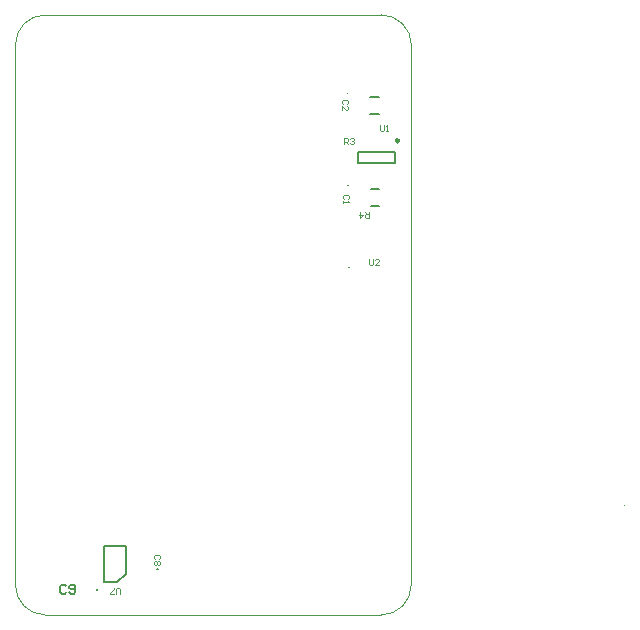
<source format=gbo>
G04 Layer_Color=32896*
%FSLAX25Y25*%
%MOIN*%
G70*
G01*
G75*
%ADD19C,0.00050*%
%ADD20C,0.00025*%
%ADD46C,0.00984*%
%ADD47C,0.00787*%
%ADD48C,0.00394*%
%ADD49C,0.00250*%
%ADD70C,0.00500*%
D19*
X65000Y-100000D02*
G03*
X75000Y-90000I0J10000D01*
G01*
X-57000D02*
G03*
X-47000Y-100000I10000J0D01*
G01*
Y100000D02*
G03*
X-57000Y90000I0J-10000D01*
G01*
X75000D02*
G03*
X65000Y100000I-10000J0D01*
G01*
X-47000D01*
X75000Y-90000D02*
Y90000D01*
X65000Y-100000D02*
X-47000D01*
X-57000Y-90000D02*
Y90000D01*
D20*
X146037Y-63500D02*
G03*
X146037Y-63500I13J0D01*
G01*
D46*
X69894Y58110D02*
G03*
X69894Y58110I492J0D01*
G01*
D47*
X-9403Y-84757D02*
X-9797D01*
X64278Y41854D02*
X61522D01*
X64278Y36146D02*
X61522D01*
X-29657Y-91697D02*
Y-91303D01*
X64078Y72654D02*
X61322D01*
X64078Y66946D02*
X61322D01*
X-23082Y-89134D02*
X-27314D01*
X-20227Y-86279D02*
X-23082Y-89134D01*
X-20227Y-86279D02*
Y-76929D01*
X-27314D01*
Y-89134D02*
Y-76929D01*
X69402Y50532D02*
X57198D01*
X69402Y54469D02*
X57198D01*
Y50532D02*
Y54469D01*
X69402Y50532D02*
Y54469D01*
D48*
X53797Y43083D02*
G03*
X53797Y43083I197J0D01*
G01*
X53597Y73883D02*
G03*
X53597Y73883I197J0D01*
G01*
X53870Y15778D02*
G03*
X53870Y15778I197J0D01*
G01*
D49*
X64650Y63449D02*
Y61783D01*
X64983Y61450D01*
X65650D01*
X65983Y61783D01*
Y63449D01*
X66649Y61450D02*
X67316D01*
X66983D01*
Y63449D01*
X66649Y63116D01*
X53766Y38667D02*
X54099Y39000D01*
Y39667D01*
X53766Y40000D01*
X52433D01*
X52100Y39667D01*
Y39000D01*
X52433Y38667D01*
X52100Y38001D02*
Y37334D01*
Y37667D01*
X54099D01*
X53766Y38001D01*
X53566Y70267D02*
X53899Y70600D01*
Y71267D01*
X53566Y71600D01*
X52233D01*
X51900Y71267D01*
Y70600D01*
X52233Y70267D01*
X51900Y68268D02*
Y69601D01*
X53233Y68268D01*
X53566D01*
X53899Y68601D01*
Y69267D01*
X53566Y69601D01*
X-9034Y-81433D02*
X-8701Y-81100D01*
Y-80433D01*
X-9034Y-80100D01*
X-10367D01*
X-10700Y-80433D01*
Y-81100D01*
X-10367Y-81433D01*
X-9034Y-82099D02*
X-8701Y-82433D01*
Y-83099D01*
X-9034Y-83432D01*
X-9367D01*
X-9700Y-83099D01*
X-10034Y-83432D01*
X-10367D01*
X-10700Y-83099D01*
Y-82433D01*
X-10367Y-82099D01*
X-10034D01*
X-9700Y-82433D01*
X-9367Y-82099D01*
X-9034D01*
X-9700Y-82433D02*
Y-83099D01*
X61000Y18699D02*
Y17033D01*
X61333Y16700D01*
X62000D01*
X62333Y17033D01*
Y18699D01*
X64332Y16700D02*
X62999D01*
X64332Y18033D01*
Y18366D01*
X63999Y18699D01*
X63333D01*
X62999Y18366D01*
X-21971Y-92931D02*
Y-91265D01*
X-22304Y-90931D01*
X-22971D01*
X-23304Y-91265D01*
Y-92931D01*
X-23970D02*
X-25303D01*
Y-92598D01*
X-23970Y-91265D01*
Y-90931D01*
X52400Y57100D02*
Y59099D01*
X53400D01*
X53733Y58766D01*
Y58100D01*
X53400Y57766D01*
X52400D01*
X53066D02*
X53733Y57100D01*
X54399Y58766D02*
X54733Y59099D01*
X55399D01*
X55732Y58766D01*
Y58433D01*
X55399Y58100D01*
X55066D01*
X55399D01*
X55732Y57766D01*
Y57433D01*
X55399Y57100D01*
X54733D01*
X54399Y57433D01*
X60800Y34200D02*
Y32201D01*
X59800D01*
X59467Y32534D01*
Y33200D01*
X59800Y33533D01*
X60800D01*
X60134D02*
X59467Y34200D01*
X57801D02*
Y32201D01*
X58801Y33200D01*
X57468D01*
D70*
X-40001Y-90501D02*
X-40501Y-90001D01*
X-41500D01*
X-42000Y-90501D01*
Y-92500D01*
X-41500Y-93000D01*
X-40501D01*
X-40001Y-92500D01*
X-39001D02*
X-38501Y-93000D01*
X-37501D01*
X-37002Y-92500D01*
Y-90501D01*
X-37501Y-90001D01*
X-38501D01*
X-39001Y-90501D01*
Y-91001D01*
X-38501Y-91501D01*
X-37002D01*
M02*

</source>
